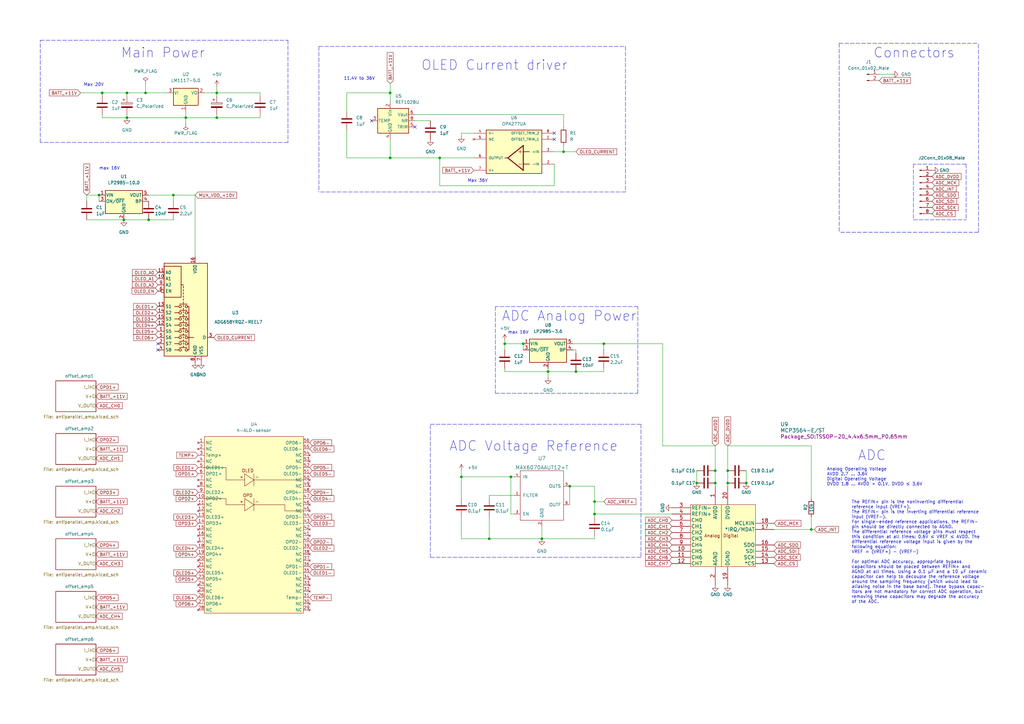
<source format=kicad_sch>
(kicad_sch (version 20211123) (generator eeschema)
  (paper "A3")
  (lib_symbols
    (symbol "ADG658:ADG658YRQZ-REEL7"
      (property "Reference" "U" (at 8.89 38.1 0))
      (property "Value" "ADG658YRQZ-REEL7" (at 1.27 36.83 0))
      (symbol "ADG658YRQZ-REEL7_1_1"
        (pin bidirectional line (at -11.43 -7.62 0) (length 2.54) (name "S5") (number "1"))
        (pin input line (at -11.43 13.97 0) (length 2.54) (name "A1") (number "10"))
        (pin input line (at -11.43 16.51 0) (length 2.54) (name "A0") (number "11"))
        (pin bidirectional line (at -11.43 -5.08 0) (length 2.54) (name "S4") (number "12"))
        (pin bidirectional line (at -11.43 2.54 0) (length 2.54) (name "S1") (number "13"))
        (pin bidirectional line (at -11.43 0 0) (length 2.54) (name "S2") (number "14"))
        (pin bidirectional line (at -11.43 -2.54 0) (length 2.54) (name "S3") (number "15"))
        (pin power_in line (at 3.81 22.86 270) (length 2.54) (name "VDD") (number "16"))
        (pin bidirectional line (at -11.43 -12.7 0) (length 2.54) (name "S7") (number "2"))
        (pin bidirectional line (at 11.43 -10.16 180) (length 2.54) (name "D") (number "3"))
        (pin bidirectional line (at -11.43 -15.24 0) (length 2.54) (name "S8") (number "4"))
        (pin bidirectional line (at -11.43 -10.16 0) (length 2.54) (name "S6") (number "5"))
        (pin input inverted (at -11.43 8.89 0) (length 2.54) (name "EN") (number "6"))
        (pin power_in line (at 6.35 -20.32 90) (length 2.54) (name "VSS") (number "7"))
        (pin power_in line (at 3.81 -20.32 90) (length 2.54) (name "GND") (number "8"))
        (pin input line (at -11.43 11.43 0) (length 2.54) (name "A2") (number "9"))
      )
    )
    (symbol "Connector:Conn_01x02_Male" (pin_names (offset 1.016) hide)
      (property "Reference" "J" (at 0 2.54 0))
      (property "Value" "Conn_01x02_Male" (at 0 -5.08 0))
      (symbol "Conn_01x02_Male_1_1"
        (pin passive line (at 5.08 0 180) (length 3.81) (name "Pin_1") (number "1"))
        (pin passive line (at 5.08 -2.54 180) (length 3.81) (name "Pin_2") (number "2"))
      )
    )
    (symbol "Connector:Conn_01x08_Male" (pin_names (offset 1.016) hide)
      (property "Reference" "J" (at 0 10.16 0))
      (property "Value" "Conn_01x08_Male" (at 0 -12.7 0))
      (symbol "Conn_01x08_Male_1_1"
        (pin passive line (at 5.08 7.62 180) (length 3.81) (name "Pin_1") (number "1"))
        (pin passive line (at 5.08 5.08 180) (length 3.81) (name "Pin_2") (number "2"))
        (pin passive line (at 5.08 2.54 180) (length 3.81) (name "Pin_3") (number "3"))
        (pin passive line (at 5.08 0 180) (length 3.81) (name "Pin_4") (number "4"))
        (pin passive line (at 5.08 -2.54 180) (length 3.81) (name "Pin_5") (number "5"))
        (pin passive line (at 5.08 -5.08 180) (length 3.81) (name "Pin_6") (number "6"))
        (pin passive line (at 5.08 -7.62 180) (length 3.81) (name "Pin_7") (number "7"))
        (pin passive line (at 5.08 -10.16 180) (length 3.81) (name "Pin_8") (number "8"))
      )
    )
    (symbol "Device:C" (pin_numbers hide) (pin_names (offset 0.254))
      (property "Reference" "C" (at 0.635 2.54 0))
      (property "Value" "C" (at 0.635 -2.54 0))
      (symbol "C_1_1"
        (pin passive line (at 0 3.81 270) (length 2.794) (name "~") (number "1"))
        (pin passive line (at 0 -3.81 90) (length 2.794) (name "~") (number "2"))
      )
    )
    (symbol "Device:C_Polarized" (pin_numbers hide) (pin_names (offset 0.254))
      (property "Reference" "C" (at 0.635 2.54 0))
      (property "Value" "C_Polarized" (at 0.635 -2.54 0))
      (symbol "C_Polarized_1_1"
        (pin passive line (at 0 3.81 270) (length 2.794) (name "~") (number "1"))
        (pin passive line (at 0 -3.81 90) (length 2.794) (name "~") (number "2"))
      )
    )
    (symbol "Device:R" (pin_numbers hide) (pin_names (offset 0))
      (property "Reference" "R" (at 2.032 0 90))
      (property "Value" "R" (at 0 0 90))
      (symbol "R_1_1"
        (pin passive line (at 0 3.81 270) (length 1.27) (name "~") (number "1"))
        (pin passive line (at 0 -3.81 90) (length 1.27) (name "~") (number "2"))
      )
    )
    (symbol "MAX6070:MAX6070AAUT12+T" (pin_names (offset 1.016))
      (property "Reference" "U" (at -8.89 11.43 0))
      (property "Value" "MAX6070AAUT12+T" (at 8.89 11.43 0))
      (symbol "MAX6070AAUT12+T_1_1"
        (pin passive line (at -11.43 0 0) (length 2.54) (name "FILTER") (number "1"))
        (pin power_in line (at 0 -12.7 90) (length 2.54) (name "GND") (number "2"))
        (pin input line (at -11.43 -7.62 0) (length 2.54) (name "EN") (number "3"))
        (pin power_in line (at -11.43 7.62 0) (length 2.54) (name "IN") (number "4"))
        (pin passive line (at 11.43 3.81 180) (length 2.54) (name "OUTS") (number "5"))
        (pin power_out line (at 11.43 -3.81 180) (length 2.54) (name "OUTF") (number "6"))
      )
    )
    (symbol "MCP356x:MCP3564-E{slash}ST" (pin_names (offset 0.254))
      (property "Reference" "U" (at 27.94 2.54 0))
      (property "Value" "MCP3564-E{slash}ST" (at 27.94 -1.27 0))
      (property "Footprint" "Package_SO:TSSOP-20_4.4x6.5mm_P0.65mm" (at 27.94 6.096 0))
      (symbol "MCP3564-E{slash}ST_0_0"
        (text "Analog" (at -3.81 0 0) (effects (font (size 1.27 1.27))))
        (text "Digital" (at 3.81 0 0) (effects (font (size 1.27 1.27))))
      )
      (symbol "MCP3564-E{slash}ST_1_1"
        (pin power_in line (at -2.54 20.32 270) (length 7.62) (name "AVDD") (number "1"))
        (pin input line (at -20.32 -6.35 0) (length 7.62) (name "CH5") (number "10"))
        (pin input line (at -20.32 -8.89 0) (length 7.62) (name "CH6") (number "11"))
        (pin input line (at -20.32 -11.43 0) (length 7.62) (name "CH7") (number "12"))
        (pin input line (at 21.59 -11.43 180) (length 7.62) (name "*CS") (number "13"))
        (pin input line (at 21.59 -8.89 180) (length 7.62) (name "SCK") (number "14"))
        (pin input line (at 21.59 -6.35 180) (length 7.62) (name "SDI") (number "15"))
        (pin output line (at 21.59 -3.81 180) (length 7.62) (name "SDO") (number "16"))
        (pin output line (at 21.59 2.54 180) (length 7.62) (name "*IRQ/MDAT") (number "17"))
        (pin bidirectional line (at 21.59 5.08 180) (length 7.62) (name "MCLKIN") (number "18"))
        (pin power_in line (at 2.54 -20.32 90) (length 7.62) (name "DGND") (number "19"))
        (pin power_in line (at -2.54 -20.32 90) (length 7.62) (name "AGND") (number "2"))
        (pin power_in line (at 2.54 20.32 270) (length 7.62) (name "DVDD") (number "20"))
        (pin input line (at -20.32 11.43 0) (length 7.62) (name "REFIN-") (number "3"))
        (pin input line (at -20.32 8.89 0) (length 7.62) (name "REFIN+") (number "4"))
        (pin input line (at -20.32 6.35 0) (length 7.62) (name "CH0") (number "5"))
        (pin input line (at -20.32 3.81 0) (length 7.62) (name "CH1") (number "6"))
        (pin input line (at -20.32 1.27 0) (length 7.62) (name "CH2") (number "7"))
        (pin input line (at -20.32 -1.27 0) (length 7.62) (name "CH3") (number "8"))
        (pin input line (at -20.32 -3.81 0) (length 7.62) (name "CH4") (number "9"))
      )
    )
    (symbol "OPAx277:OPA277UA" (pin_names (offset 1.016))
      (property "Reference" "U" (at -10.16 13.97 0))
      (property "Value" "OPA277UA" (at -10.16 -6.35 0))
      (symbol "OPA277UA_0_0"
        (pin input line (at -15.24 0 0) (length 5.08) (name "OFFSET_TRIM_1") (number "1"))
        (pin input line (at -15.24 10.16 0) (length 5.08) (name "-IN") (number "2"))
        (pin input line (at -15.24 5.08 0) (length 5.08) (name "+IN") (number "3"))
        (pin power_in line (at 17.78 -2.54 180) (length 5.08) (name "V-") (number "4"))
        (pin no_connect line (at 17.78 0 180) (length 5.08) (name "NC") (number "5"))
        (pin output line (at 17.78 7.62 180) (length 5.08) (name "OUTPUT") (number "6"))
        (pin power_in line (at 17.78 12.7 180) (length 5.08) (name "V+") (number "7"))
        (pin input line (at -15.24 -2.54 0) (length 5.08) (name "OFFSET_TRIM_2") (number "8"))
      )
    )
    (symbol "Reference_Voltage:REF102BU" (pin_names (offset 0.254))
      (property "Reference" "U" (at 0 8.255 0))
      (property "Value" "REF102BU" (at 3.175 6.35 0))
      (symbol "REF102BU_1_1"
        (pin no_connect line (at -5.08 -5.08 90) (length 2.54) hide (name "NC") (number "1"))
        (pin power_in line (at -2.54 7.62 270) (length 2.54) (name "Vin") (number "2"))
        (pin passive line (at -10.16 0 0) (length 2.54) (name "TEMP") (number "3"))
        (pin power_in line (at -2.54 -7.62 90) (length 2.54) (name "GND") (number "4"))
        (pin passive line (at 7.62 -2.54 180) (length 2.54) (name "TRIM") (number "5"))
        (pin power_out line (at 7.62 2.54 180) (length 2.54) (name "Vout") (number "6"))
        (pin no_connect line (at 0 -5.08 90) (length 2.54) hide (name "NC") (number "7"))
        (pin passive line (at 7.62 0 180) (length 2.54) (name "NR") (number "8"))
      )
    )
    (symbol "Regulator_Linear:LM1117-5.0" (pin_names (offset 0.254))
      (property "Reference" "U" (at -3.81 3.175 0))
      (property "Value" "LM1117-5.0" (at 0 3.175 0))
      (symbol "LM1117-5.0_1_1"
        (pin power_in line (at 0 -7.62 90) (length 2.54) (name "GND") (number "1"))
        (pin power_out line (at 7.62 0 180) (length 2.54) (name "VO") (number "2"))
        (pin power_in line (at -7.62 0 0) (length 2.54) (name "VI") (number "3"))
      )
    )
    (symbol "Regulator_Linear:LP2985-10.0" (pin_names (offset 0.254))
      (property "Reference" "U" (at -6.35 5.715 0))
      (property "Value" "LP2985-10.0" (at 0 5.715 0))
      (symbol "LP2985-10.0_1_1"
        (pin power_in line (at -10.16 2.54 0) (length 2.54) (name "VIN") (number "1"))
        (pin power_in line (at 0 -7.62 90) (length 2.54) (name "GND") (number "2"))
        (pin input line (at -10.16 0 0) (length 2.54) (name "ON/~{OFF}") (number "3"))
        (pin input line (at 10.16 0 180) (length 2.54) (name "BP") (number "4"))
        (pin power_out line (at 10.16 2.54 180) (length 2.54) (name "VOUT") (number "5"))
      )
    )
    (symbol "Regulator_Linear:LP2985-3.3" (pin_names (offset 0.254))
      (property "Reference" "U" (at -6.35 5.715 0))
      (property "Value" "LP2985-3.3" (at 0 5.715 0))
      (symbol "LP2985-3.3_1_1"
        (pin power_in line (at -10.16 2.54 0) (length 2.54) (name "VIN") (number "1"))
        (pin power_in line (at 0 -7.62 90) (length 2.54) (name "GND") (number "2"))
        (pin input line (at -10.16 0 0) (length 2.54) (name "ON/~{OFF}") (number "3"))
        (pin input line (at 10.16 0 180) (length 2.54) (name "BP") (number "4"))
        (pin power_out line (at 10.16 2.54 180) (length 2.54) (name "VOUT") (number "5"))
      )
    )
    (symbol "h-ALO:h-ALO-sensor"
      (property "Reference" "U" (at 0 20.32 0))
      (property "Value" "h-ALO-sensor" (at 0 22.86 0))
      (symbol "h-ALO-sensor_0_0"
        (text "+" (at -3.81 -1.27 0) (effects (font (size 1.27 1.27))))
        (text "+" (at -3.81 8.89 0) (effects (font (size 1.27 1.27))))
        (text "-" (at 2.54 -1.27 0) (effects (font (size 1.27 1.27))))
        (text "-" (at 2.54 8.89 0) (effects (font (size 1.27 1.27))))
        (text "OLED" (at -1.27 11.43 0) (effects (font (size 1.27 1.27))))
        (text "OPD" (at -1.27 1.27 0) (effects (font (size 1.27 1.27))))
        (pin input line (at -21.59 0 0) (length 2.54) (name "OPD2+") (number "10"))
        (pin no_connect line (at -21.59 -2.54 0) (length 2.54) (name "NC") (number "11"))
        (pin no_connect line (at -21.59 -5.08 0) (length 2.54) (name "NC") (number "12"))
        (pin input line (at -21.59 -7.62 0) (length 2.54) (name "OLED3+") (number "13"))
        (pin input line (at -21.59 -10.16 0) (length 2.54) (name "OPD3+") (number "14"))
        (pin no_connect line (at -21.59 -12.7 0) (length 2.54) (name "NC") (number "15"))
        (pin no_connect line (at -21.59 -15.24 0) (length 2.54) (name "NC") (number "16"))
        (pin no_connect line (at -21.59 -17.78 0) (length 2.54) (name "NC") (number "17"))
        (pin input line (at -21.59 -20.32 0) (length 2.54) (name "OLED4+") (number "18"))
        (pin input line (at -21.59 -22.86 0) (length 2.54) (name "OPD4+") (number "19"))
        (pin no_connect line (at -21.59 20.32 0) (length 2.54) (name "NC") (number "2"))
        (pin no_connect line (at -21.59 -25.4 0) (length 2.54) (name "NC") (number "20"))
        (pin no_connect line (at -21.59 -27.94 0) (length 2.54) (name "NC") (number "21"))
        (pin input line (at -21.59 -30.48 0) (length 2.54) (name "OLED5+") (number "22"))
        (pin input line (at -21.59 -33.02 0) (length 2.54) (name "OPD5+") (number "23"))
        (pin no_connect line (at -21.59 -35.56 0) (length 2.54) (name "NC") (number "24"))
        (pin no_connect line (at -21.59 -38.1 0) (length 2.54) (name "NC") (number "25"))
        (pin input line (at -21.59 -40.64 0) (length 2.54) (name "OLED6+") (number "26"))
        (pin input line (at -21.59 -43.18 0) (length 2.54) (name "OPD6+") (number "27"))
        (pin no_connect line (at -21.59 -45.72 0) (length 2.54) (name "NC") (number "28"))
        (pin input line (at -21.59 17.78 0) (length 2.54) (name "Temp+") (number "3"))
        (pin no_connect line (at 24.13 -43.18 180) (length 2.54) (name "NC") (number "30"))
        (pin input line (at 24.13 -40.64 180) (length 2.54) (name "Temp-") (number "31"))
        (pin no_connect line (at 24.13 -38.1 180) (length 2.54) (name "NC") (number "32"))
        (pin no_connect line (at 24.13 -35.56 180) (length 2.54) (name "NC") (number "33"))
        (pin no_connect line (at 24.13 -33.02 180) (length 2.54) (name "NC") (number "34"))
        (pin input line (at 24.13 -30.48 180) (length 2.54) (name "OLED1-") (number "35"))
        (pin input line (at 24.13 -27.94 180) (length 2.54) (name "OPD1-") (number "36"))
        (pin no_connect line (at 24.13 -25.4 180) (length 2.54) (name "NC") (number "37"))
        (pin no_connect line (at 24.13 -22.86 180) (length 2.54) (name "NC") (number "38"))
        (pin input line (at 24.13 -20.32 180) (length 2.54) (name "OLED2-") (number "39"))
        (pin no_connect line (at -21.59 15.24 0) (length 2.54) (name "NC") (number "4"))
        (pin input line (at 24.13 -17.78 180) (length 2.54) (name "OPD2-") (number "40"))
        (pin no_connect line (at 24.13 -15.24 180) (length 2.54) (name "NC") (number "41"))
        (pin no_connect line (at 24.13 -12.7 180) (length 2.54) (name "NC") (number "42"))
        (pin input line (at 24.13 -10.16 180) (length 2.54) (name "OLED3-") (number "43"))
        (pin input line (at 24.13 -7.62 180) (length 2.54) (name "OPD3-") (number "44"))
        (pin no_connect line (at 24.13 -5.08 180) (length 2.54) (name "NC") (number "45"))
        (pin no_connect line (at 24.13 -2.54 180) (length 2.54) (name "NC") (number "46"))
        (pin input line (at 24.13 0 180) (length 2.54) (name "OLED4-") (number "47"))
        (pin input line (at 24.13 2.54 180) (length 2.54) (name "OPD4-") (number "48"))
        (pin no_connect line (at 24.13 5.08 180) (length 2.54) (name "NC") (number "49"))
        (pin input line (at -21.59 12.7 0) (length 2.54) (name "OLED1+") (number "5"))
        (pin no_connect line (at 24.13 7.62 180) (length 2.54) (name "NC") (number "50"))
        (pin input line (at 24.13 10.16 180) (length 2.54) (name "OLED5-") (number "51"))
        (pin input line (at 24.13 12.7 180) (length 2.54) (name "OPD5-") (number "52"))
        (pin no_connect line (at 24.13 15.24 180) (length 2.54) (name "NC") (number "53"))
        (pin no_connect line (at 24.13 17.78 180) (length 2.54) (name "NC") (number "54"))
        (pin input line (at 24.13 20.32 180) (length 2.54) (name "OLED6-") (number "55"))
        (pin input line (at 24.13 22.86 180) (length 2.54) (name "OPD6-") (number "56"))
        (pin input line (at -21.59 10.16 0) (length 2.54) (name "OPD1+") (number "6"))
        (pin no_connect line (at -21.59 7.62 0) (length 2.54) (name "NC") (number "7"))
        (pin no_connect line (at -21.59 5.08 0) (length 2.54) (name "NC") (number "8"))
        (pin input line (at -21.59 2.54 0) (length 2.54) (name "OLED2+") (number "9"))
      )
      (symbol "h-ALO-sensor_1_1"
        (pin no_connect line (at -21.59 22.86 0) (length 2.54) (name "NC") (number "1"))
        (pin no_connect line (at 24.13 -45.72 180) (length 2.54) (name "NC") (number "29"))
      )
    )
    (symbol "power:+5V" (power) (pin_names (offset 0))
      (property "Value" "+5V" (at 0 3.556 0))
      (symbol "+5V_1_1"
        (pin power_in line (at 0 0 90) (length 0) hide (name "+5V") (number "1"))
      )
    )
    (symbol "power:GND" (power) (pin_names (offset 0))
      (property "Value" "GND" (at 0 -3.81 0))
      (symbol "GND_1_1"
        (pin power_in line (at 0 0 270) (length 0) hide (name "GND") (number "1"))
      )
    )
    (symbol "power:PWR_FLAG" (power) (pin_numbers hide) (pin_names (offset 0) hide)
      (property "Value" "PWR_FLAG" (at 0 3.81 0))
      (symbol "PWR_FLAG_0_0"
        (pin power_out line (at 0 0 90) (length 0) (name "pwr") (number "1"))
      )
    )
  )
  (junction (at 50.8 90.17))
  (junction (at 88.9 48.26))
  (junction (at 41.91 38.1))
  (junction (at 224.79 152.4))
  (junction (at 243.84 205.74))
  (junction (at 247.65 140.97))
  (junction (at 231.14 62.23))
  (junction (at 88.9 38.1))
  (junction (at 222.25 220.98))
  (junction (at 293.37 193.04))
  (junction (at 71.12 80.01))
  (junction (at 40.64 80.01))
  (junction (at 306.07 198.12))
  (junction (at 160.02 38.1))
  (junction (at 59.69 38.1))
  (junction (at 52.07 48.26))
  (junction (at 60.96 90.17))
  (junction (at 214.63 140.97))
  (junction (at 233.68 199.39))
  (junction (at 200.66 220.98))
  (junction (at 243.84 210.82))
  (junction (at 180.34 64.77))
  (junction (at 207.01 140.97))
  (junction (at 209.55 195.58))
  (junction (at 76.2 48.26))
  (junction (at 298.45 193.04))
  (junction (at 332.74 217.17))
  (junction (at 293.37 198.12))
  (junction (at 52.07 38.1))
  (junction (at 160.02 64.77))
  (junction (at 189.23 195.58))
  (junction (at 236.22 152.4))
  (junction (at 285.75 198.12))
  (junction (at 298.45 198.12))
  (no_connect (at 64.77 140.97))
  (no_connect (at 227.33 57.15))
  (no_connect (at 152.4 49.53))
  (no_connect (at 170.18 52.07))
  (no_connect (at 227.33 54.61))
  (no_connect (at 64.77 143.51))
  (wire (pts (xy 88.9 38.1) (xy 88.9 39.37)))
  (polyline (pts (xy 130.81 19.05) (xy 130.81 78.74)))
  (wire (pts (xy 80.01 80.01) (xy 80.01 105.41)))
  (polyline (pts (xy 344.17 17.78) (xy 344.17 95.25)))
  (wire (pts (xy 243.84 205.74) (xy 243.84 210.82)))
  (wire (pts (xy 207.01 139.7) (xy 207.01 140.97)))
  (wire (pts (xy 76.2 48.26) (xy 88.9 48.26)))
  (wire (pts (xy 224.79 152.4) (xy 236.22 152.4)))
  (wire (pts (xy 194.31 54.61) (xy 189.23 54.61)))
  (wire (pts (xy 106.68 38.1) (xy 106.68 39.37)))
  (wire (pts (xy 142.24 64.77) (xy 142.24 53.34)))
  (polyline (pts (xy 203.2 161.29) (xy 261.62 161.29)))
  (wire (pts (xy 298.45 193.04) (xy 298.45 198.12)))
  (polyline (pts (xy 16.51 16.51) (xy 118.11 16.51)))
  (wire (pts (xy 298.45 182.88) (xy 332.74 182.88)))
  (polyline (pts (xy 344.17 17.78) (xy 401.32 17.78)))
  (wire (pts (xy 231.14 59.69) (xy 231.14 62.23)))
  (wire (pts (xy 271.78 182.88) (xy 293.37 182.88)))
  (wire (pts (xy 224.79 151.13) (xy 224.79 152.4)))
  (wire (pts (xy 222.25 220.98) (xy 200.66 220.98)))
  (wire (pts (xy 160.02 64.77) (xy 142.24 64.77)))
  (wire (pts (xy 298.45 198.12) (xy 298.45 199.39)))
  (polyline (pts (xy 118.11 16.51) (xy 118.11 58.42)))
  (wire (pts (xy 33.02 38.1) (xy 41.91 38.1)))
  (wire (pts (xy 222.25 220.98) (xy 243.84 220.98)))
  (wire (pts (xy 52.07 48.26) (xy 76.2 48.26)))
  (wire (pts (xy 35.56 80.01) (xy 35.56 82.55)))
  (wire (pts (xy 209.55 195.58) (xy 210.82 195.58)))
  (wire (pts (xy 231.14 62.23) (xy 236.22 62.23)))
  (wire (pts (xy 298.45 182.88) (xy 298.45 193.04)))
  (polyline (pts (xy 401.32 95.25) (xy 401.32 17.78)))
  (wire (pts (xy 224.79 154.94) (xy 224.79 152.4)))
  (wire (pts (xy 160.02 64.77) (xy 180.34 64.77)))
  (polyline (pts (xy 396.24 67.31) (xy 374.65 67.31)))
  (wire (pts (xy 332.74 204.47) (xy 332.74 182.88)))
  (wire (pts (xy 189.23 195.58) (xy 189.23 204.47)))
  (wire (pts (xy 106.68 48.26) (xy 88.9 48.26)))
  (wire (pts (xy 214.63 140.97) (xy 214.63 143.51)))
  (polyline (pts (xy 262.89 173.99) (xy 262.89 228.6)))
  (wire (pts (xy 71.12 80.01) (xy 80.01 80.01)))
  (polyline (pts (xy 176.53 228.6) (xy 176.53 173.99)))
  (wire (pts (xy 35.56 90.17) (xy 50.8 90.17)))
  (wire (pts (xy 243.84 220.98) (xy 243.84 219.71)))
  (wire (pts (xy 189.23 195.58) (xy 209.55 195.58)))
  (wire (pts (xy 59.69 38.1) (xy 68.58 38.1)))
  (wire (pts (xy 317.5 217.17) (xy 332.74 217.17)))
  (polyline (pts (xy 203.2 125.73) (xy 203.2 161.29)))
  (wire (pts (xy 207.01 152.4) (xy 224.79 152.4)))
  (wire (pts (xy 243.84 199.39) (xy 243.84 205.74)))
  (wire (pts (xy 227.33 76.2) (xy 180.34 76.2)))
  (wire (pts (xy 247.65 152.4) (xy 247.65 151.13)))
  (wire (pts (xy 52.07 38.1) (xy 59.69 38.1)))
  (wire (pts (xy 160.02 38.1) (xy 160.02 41.91)))
  (wire (pts (xy 83.82 38.1) (xy 88.9 38.1)))
  (wire (pts (xy 41.91 48.26) (xy 41.91 46.99)))
  (wire (pts (xy 293.37 198.12) (xy 293.37 193.04)))
  (wire (pts (xy 233.68 199.39) (xy 233.68 207.01)))
  (wire (pts (xy 71.12 82.55) (xy 71.12 80.01)))
  (wire (pts (xy 76.2 50.8) (xy 76.2 48.26)))
  (wire (pts (xy 52.07 46.99) (xy 52.07 48.26)))
  (wire (pts (xy 207.01 140.97) (xy 214.63 140.97)))
  (polyline (pts (xy 401.32 95.25) (xy 344.17 95.25)))
  (wire (pts (xy 200.66 220.98) (xy 189.23 220.98)))
  (wire (pts (xy 40.64 80.01) (xy 35.56 80.01)))
  (polyline (pts (xy 256.54 78.74) (xy 130.81 78.74)))
  (wire (pts (xy 365.76 30.48) (xy 360.68 30.48)))
  (polyline (pts (xy 118.11 58.42) (xy 16.51 58.42)))
  (wire (pts (xy 231.14 62.23) (xy 227.33 62.23)))
  (polyline (pts (xy 256.54 19.05) (xy 256.54 78.74)))
  (wire (pts (xy 40.64 80.01) (xy 40.64 82.55)))
  (polyline (pts (xy 176.53 173.99) (xy 262.89 173.99)))
  (wire (pts (xy 160.02 57.15) (xy 160.02 64.77)))
  (wire (pts (xy 170.18 46.99) (xy 231.14 46.99)))
  (wire (pts (xy 233.68 199.39) (xy 243.84 199.39)))
  (wire (pts (xy 243.84 210.82) (xy 275.59 210.82)))
  (wire (pts (xy 285.75 193.04) (xy 285.75 198.12)))
  (wire (pts (xy 293.37 199.39) (xy 293.37 198.12)))
  (wire (pts (xy 52.07 39.37) (xy 52.07 38.1)))
  (wire (pts (xy 59.69 34.29) (xy 59.69 38.1)))
  (polyline (pts (xy 130.81 19.05) (xy 256.54 19.05)))
  (wire (pts (xy 200.66 212.09) (xy 200.66 220.98)))
  (polyline (pts (xy 262.89 228.6) (xy 176.53 228.6)))
  (wire (pts (xy 306.07 193.04) (xy 306.07 198.12)))
  (wire (pts (xy 88.9 38.1) (xy 88.9 35.56)))
  (wire (pts (xy 227.33 67.31) (xy 227.33 76.2)))
  (wire (pts (xy 106.68 46.99) (xy 106.68 48.26)))
  (wire (pts (xy 88.9 38.1) (xy 106.68 38.1)))
  (wire (pts (xy 210.82 210.82) (xy 209.55 210.82)))
  (wire (pts (xy 50.8 90.17) (xy 60.96 90.17)))
  (wire (pts (xy 71.12 80.01) (xy 60.96 80.01)))
  (wire (pts (xy 142.24 38.1) (xy 160.02 38.1)))
  (wire (pts (xy 88.9 48.26) (xy 88.9 46.99)))
  (wire (pts (xy 247.65 140.97) (xy 247.65 143.51)))
  (wire (pts (xy 160.02 34.29) (xy 160.02 38.1)))
  (wire (pts (xy 247.65 205.74) (xy 243.84 205.74)))
  (wire (pts (xy 142.24 45.72) (xy 142.24 38.1)))
  (polyline (pts (xy 374.65 67.31) (xy 374.65 90.17)))
  (wire (pts (xy 236.22 143.51) (xy 234.95 143.51)))
  (wire (pts (xy 207.01 140.97) (xy 207.01 143.51)))
  (polyline (pts (xy 261.62 161.29) (xy 261.62 125.73)))
  (polyline (pts (xy 261.62 125.73) (xy 203.2 125.73)))
  (wire (pts (xy 236.22 144.78) (xy 236.22 143.51)))
  (wire (pts (xy 207.01 152.4) (xy 207.01 151.13)))
  (wire (pts (xy 209.55 195.58) (xy 209.55 210.82)))
  (wire (pts (xy 76.2 45.72) (xy 76.2 48.26)))
  (wire (pts (xy 332.74 217.17) (xy 334.01 217.17)))
  (wire (pts (xy 332.74 212.09) (xy 332.74 217.17)))
  (wire (pts (xy 200.66 203.2) (xy 200.66 204.47)))
  (wire (pts (xy 234.95 140.97) (xy 247.65 140.97)))
  (wire (pts (xy 41.91 38.1) (xy 52.07 38.1)))
  (wire (pts (xy 189.23 193.04) (xy 189.23 195.58)))
  (wire (pts (xy 189.23 220.98) (xy 189.23 212.09)))
  (wire (pts (xy 210.82 203.2) (xy 200.66 203.2)))
  (wire (pts (xy 52.07 48.26) (xy 41.91 48.26)))
  (wire (pts (xy 243.84 212.09) (xy 243.84 210.82)))
  (polyline (pts (xy 396.24 67.31) (xy 396.24 90.17)))
  (wire (pts (xy 293.37 193.04) (xy 293.37 182.88)))
  (wire (pts (xy 231.14 46.99) (xy 231.14 52.07)))
  (wire (pts (xy 41.91 38.1) (xy 41.91 39.37)))
  (wire (pts (xy 222.25 215.9) (xy 222.25 220.98)))
  (wire (pts (xy 271.78 182.88) (xy 271.78 140.97)))
  (wire (pts (xy 170.18 49.53) (xy 176.53 49.53)))
  (polyline (pts (xy 16.51 58.42) (xy 16.51 16.51)))
  (wire (pts (xy 180.34 76.2) (xy 180.34 64.77)))
  (wire (pts (xy 60.96 90.17) (xy 71.12 90.17)))
  (wire (pts (xy 247.65 140.97) (xy 271.78 140.97)))
  (wire (pts (xy 236.22 152.4) (xy 247.65 152.4)))
  (wire (pts (xy 189.23 54.61) (xy 189.23 55.88)))
  (wire (pts (xy 180.34 64.77) (xy 194.31 64.77)))
  (polyline (pts (xy 374.65 90.17) (xy 396.24 90.17)))
  (text "OLED Current driver" (at 172.72 29.21 0) (effects (font (size 4 4)) (justify left bottom)))
  (text "Main Power" (at 49.53 24.13 0) (effects (font (size 4 4)) (justify left bottom)))
  (text "Analog Operating Voltage\nAVDD 2.7 ... 3.6V\nDigital Operating Voltage\nDVDD 1.8 ... AVDD + 0.1V, DVDD ≤ 3.6V" (at 339.09 199.39 0) (effects (font (size 1.27 1.27)) (justify left bottom)))
  (text "Max 36V" (at 191.77 74.93 0) (effects (font (size 1.27 1.27)) (justify left bottom)))
  (text "The REFIN+ pin is the noninverting differential\nreference input (VREF+).\nThe REFIN- pin is the inverting differential reference\ninput (VREF-).\nFor single-ended reference applications, the REFIN-\npin should be directly connected to AGND.\nThe differential reference voltage pins must respect\nthis condition at all times: 0.6V ≤ VREF ≤ AVDD. The\ndifferential reference voltage input is given by the\nfollowing equation:\nVREF = (VREF+) - (VREF-)\n\nFor optimal ADC accuracy, appropriate bypass\ncapacitors should be placed between REFIN+ and\nAGND at all times. Using a 0.1 µF and a 10 µF ceramic\ncapacitor can help to decouple the reference voltage\naround the sampling frequency (which would lead to\naliasing noise in the base band). These bypass capac-\nitors are not mandatory for correct ADC operation, but\nremoving these capacitors may degrade the accuracy\nof the ADC." (at 349.25 247.65 0) (effects (font (size 1.27 1.27)) (justify left bottom)))
  (text "Max 20V" (at 34.29 35.56 0) (effects (font (size 1.27 1.27)) (justify left bottom)))
  (text "11.4V to 36V" (at 140.97 33.02 0) (effects (font (size 1.27 1.27)) (justify left bottom)))
  (text "Connectors" (at 358.14 24.13 0) (effects (font (size 4 4)) (justify left bottom)))
  (text "ADC" (at 351.79 189.23 0) (effects (font (size 4 4)) (justify left bottom)))
  (text "ADC Analog Power" (at 205.74 132.08 0) (effects (font (size 4 4)) (justify left bottom)))
  (text "max 16V" (at 40.64 69.85 0) (effects (font (size 1.27 1.27)) (justify left bottom)))
  (text "max 16V" (at 208.28 137.16 0) (effects (font (size 1.27 1.27)) (justify left bottom)))
  (text "ADC Voltage Reference" (at 184.15 185.42 0) (effects (font (size 4 4)) (justify left bottom)))
  (global_label "OLED3+" (shape input) (at 64.77 130.81 180) (property "Intersheet References" "${INTERSHEET_REFS}" (effects hide)))
  (global_label "OLED4+" (shape input) (at 64.77 133.35 180) (property "Intersheet References" "${INTERSHEET_REFS}" (effects hide)))
  (global_label "OLED2+" (shape input) (at 81.28 201.93 180) (property "Intersheet References" "${INTERSHEET_REFS}" (effects hide)))
  (global_label "ADC_SDO" (shape input) (at 382.27 80.01 0) (property "Intersheet References" "${INTERSHEET_REFS}" (effects hide)))
  (global_label "OPD5-" (shape input) (at 127 191.77 0) (property "Intersheet References" "${INTERSHEET_REFS}" (effects hide)))
  (global_label "MUX_VDD_+10V" (shape input) (at 80.01 80.01 0) (property "Intersheet References" "${INTERSHEET_REFS}" (effects hide)))
  (global_label "BATT_+11V" (shape input) (at 39.37 248.92 0) (property "Intersheet References" "${INTERSHEET_REFS}" (effects hide)))
  (global_label "BATT_+11V" (shape input) (at 39.37 270.51 0) (property "Intersheet References" "${INTERSHEET_REFS}" (effects hide)))
  (global_label "BATT_+11V" (shape input) (at 360.68 33.02 0) (property "Intersheet References" "${INTERSHEET_REFS}" (effects hide)))
  (global_label "OLED6-" (shape input) (at 127 184.15 0) (property "Intersheet References" "${INTERSHEET_REFS}" (effects hide)))
  (global_label "OPD1+" (shape input) (at 39.37 158.75 0) (property "Intersheet References" "${INTERSHEET_REFS}" (effects hide)))
  (global_label "OLED4+" (shape input) (at 81.28 224.79 180) (property "Intersheet References" "${INTERSHEET_REFS}" (effects hide)))
  (global_label "ADC_SCK" (shape input) (at 382.27 85.09 0) (property "Intersheet References" "${INTERSHEET_REFS}" (effects hide)))
  (global_label "ADC_CH0" (shape input) (at 275.59 213.36 180) (property "Intersheet References" "${INTERSHEET_REFS}" (effects hide)))
  (global_label "OLED6+" (shape input) (at 81.28 245.11 180) (property "Intersheet References" "${INTERSHEET_REFS}" (effects hide)))
  (global_label "ADC_CH3" (shape input) (at 275.59 220.98 180) (property "Intersheet References" "${INTERSHEET_REFS}" (effects hide)))
  (global_label "OPD3+" (shape input) (at 81.28 214.63 180) (property "Intersheet References" "${INTERSHEET_REFS}" (effects hide)))
  (global_label "OLED1-" (shape input) (at 127 234.95 0) (property "Intersheet References" "${INTERSHEET_REFS}" (effects hide)))
  (global_label "OPD5+" (shape input) (at 39.37 245.11 0) (property "Intersheet References" "${INTERSHEET_REFS}" (effects hide)))
  (global_label "ADC_INT" (shape input) (at 382.27 77.47 0) (property "Intersheet References" "${INTERSHEET_REFS}" (effects hide)))
  (global_label "OLED_A0" (shape input) (at 64.77 111.76 180) (property "Intersheet References" "${INTERSHEET_REFS}" (effects hide)))
  (global_label "ADC_SDI" (shape input) (at 382.27 82.55 0) (property "Intersheet References" "${INTERSHEET_REFS}" (effects hide)))
  (global_label "ADC_CS" (shape input) (at 317.5 231.14 0) (property "Intersheet References" "${INTERSHEET_REFS}" (effects hide)))
  (global_label "OPD5+" (shape input) (at 81.28 237.49 180) (property "Intersheet References" "${INTERSHEET_REFS}" (effects hide)))
  (global_label "ADC_CH1" (shape input) (at 39.37 187.96 0) (property "Intersheet References" "${INTERSHEET_REFS}" (effects hide)))
  (global_label "OPD2-" (shape input) (at 127 222.25 0) (property "Intersheet References" "${INTERSHEET_REFS}" (effects hide)))
  (global_label "BATT_+11V" (shape input) (at 35.56 80.01 90) (property "Intersheet References" "${INTERSHEET_REFS}" (effects hide)))
  (global_label "ADC_CH1" (shape input) (at 275.59 215.9 180) (property "Intersheet References" "${INTERSHEET_REFS}" (effects hide)))
  (global_label "TEMP+" (shape input) (at 81.28 186.69 180) (property "Intersheet References" "${INTERSHEET_REFS}" (effects hide)))
  (global_label "OLED6+" (shape input) (at 64.77 138.43 180) (property "Intersheet References" "${INTERSHEET_REFS}" (effects hide)))
  (global_label "OLED_A2" (shape input) (at 64.77 116.84 180) (property "Intersheet References" "${INTERSHEET_REFS}" (effects hide)))
  (global_label "BATT_+11V" (shape input) (at 39.37 162.56 0) (property "Intersheet References" "${INTERSHEET_REFS}" (effects hide)))
  (global_label "OLED5+" (shape input) (at 81.28 234.95 180) (property "Intersheet References" "${INTERSHEET_REFS}" (effects hide)))
  (global_label "ADC_INT" (shape input) (at 334.01 217.17 0) (property "Intersheet References" "${INTERSHEET_REFS}" (effects hide)))
  (global_label "OLED3+" (shape input) (at 81.28 212.09 180) (property "Intersheet References" "${INTERSHEET_REFS}" (effects hide)))
  (global_label "ADC_CH4" (shape input) (at 275.59 223.52 180) (property "Intersheet References" "${INTERSHEET_REFS}" (effects hide)))
  (global_label "BATT_+11V" (shape input) (at 39.37 227.33 0) (property "Intersheet References" "${INTERSHEET_REFS}" (effects hide)))
  (global_label "ADC_MCK" (shape input) (at 382.27 74.93 0) (property "Intersheet References" "${INTERSHEET_REFS}" (effects hide)))
  (global_label "BATT_+11V" (shape input) (at 194.31 69.85 180) (property "Intersheet References" "${INTERSHEET_REFS}" (effects hide)))
  (global_label "OPD1+" (shape input) (at 81.28 194.31 180) (property "Intersheet References" "${INTERSHEET_REFS}" (effects hide)))
  (global_label "OLED4-" (shape input) (at 127 204.47 0) (property "Intersheet References" "${INTERSHEET_REFS}" (effects hide)))
  (global_label "OPD6+" (shape input) (at 39.37 266.7 0) (property "Intersheet References" "${INTERSHEET_REFS}" (effects hide)))
  (global_label "ADC_AVDD" (shape input) (at 293.37 182.88 90) (property "Intersheet References" "${INTERSHEET_REFS}" (effects hide)))
  (global_label "OLED_EN" (shape input) (at 64.77 119.38 180) (property "Intersheet References" "${INTERSHEET_REFS}" (effects hide)))
  (global_label "BATT_+11V" (shape input) (at 39.37 205.74 0) (property "Intersheet References" "${INTERSHEET_REFS}" (effects hide)))
  (global_label "OLED1+" (shape input) (at 81.28 191.77 180) (property "Intersheet References" "${INTERSHEET_REFS}" (effects hide)))
  (global_label "OLED_A1" (shape input) (at 64.77 114.3 180) (property "Intersheet References" "${INTERSHEET_REFS}" (effects hide)))
  (global_label "OPD4+" (shape input) (at 39.37 223.52 0) (property "Intersheet References" "${INTERSHEET_REFS}" (effects hide)))
  (global_label "OLED_CURRENT" (shape input) (at 236.22 62.23 0) (property "Intersheet References" "${INTERSHEET_REFS}" (effects hide)))
  (global_label "ADC_CH6" (shape input) (at 275.59 228.6 180) (property "Intersheet References" "${INTERSHEET_REFS}" (effects hide)))
  (global_label "ADC_VREF+" (shape input) (at 247.65 205.74 0) (property "Intersheet References" "${INTERSHEET_REFS}" (effects hide)))
  (global_label "OLED_CURRENT" (shape input) (at 87.63 138.43 0) (property "Intersheet References" "${INTERSHEET_REFS}" (effects hide)))
  (global_label "ADC_SDO" (shape input) (at 317.5 223.52 0) (property "Intersheet References" "${INTERSHEET_REFS}" (effects hide)))
  (global_label "OLED1+" (shape input) (at 64.77 125.73 180) (property "Intersheet References" "${INTERSHEET_REFS}" (effects hide)))
  (global_label "OLED5+" (shape input) (at 64.77 135.89 180) (property "Intersheet References" "${INTERSHEET_REFS}" (effects hide)))
  (global_label "OPD4+" (shape input) (at 81.28 227.33 180) (property "Intersheet References" "${INTERSHEET_REFS}" (effects hide)))
  (global_label "ADC_DVDD" (shape input) (at 382.27 72.39 0) (property "Intersheet References" "${INTERSHEET_REFS}" (effects hide)))
  (global_label "OPD3-" (shape input) (at 127 212.09 0) (property "Intersheet References" "${INTERSHEET_REFS}" (effects hide)))
  (global_label "BATT_+11V" (shape input) (at 160.02 34.29 90) (property "Intersheet References" "${INTERSHEET_REFS}" (effects hide)))
  (global_label "ADC_MCK" (shape input) (at 317.5 214.63 0) (property "Intersheet References" "${INTERSHEET_REFS}" (effects hide)))
  (global_label "OPD6-" (shape input) (at 127 181.61 0) (property "Intersheet References" "${INTERSHEET_REFS}" (effects hide)))
  (global_label "ADC_CH4" (shape input) (at 39.37 252.73 0) (property "Intersheet References" "${INTERSHEET_REFS}" (effects hide)))
  (global_label "OPD2+" (shape input) (at 81.28 204.47 180) (property "Intersheet References" "${INTERSHEET_REFS}" (effects hide)))
  (global_label "ADC_SCK" (shape input) (at 317.5 228.6 0) (property "Intersheet References" "${INTERSHEET_REFS}" (effects hide)))
  (global_label "TEMP-" (shape input) (at 127 245.11 0) (property "Intersheet References" "${INTERSHEET_REFS}" (effects hide)))
  (global_label "ADC_CH0" (shape input) (at 39.37 166.37 0) (property "Intersheet References" "${INTERSHEET_REFS}" (effects hide)))
  (global_label "OLED3-" (shape input) (at 127 214.63 0) (property "Intersheet References" "${INTERSHEET_REFS}" (effects hide)))
  (global_label "ADC_CH3" (shape input) (at 39.37 231.14 0) (property "Intersheet References" "${INTERSHEET_REFS}" (effects hide)))
  (global_label "OPD3+" (shape input) (at 39.37 201.93 0) (property "Intersheet References" "${INTERSHEET_REFS}" (effects hide)))
  (global_label "ADC_CH5" (shape input) (at 275.59 226.06 180) (property "Intersheet References" "${INTERSHEET_REFS}" (effects hide)))
  (global_label "OLED5-" (shape input) (at 127 194.31 0) (property "Intersheet References" "${INTERSHEET_REFS}" (effects hide)))
  (global_label "ADC_CS" (shape input) (at 382.27 87.63 0) (property "Intersheet References" "${INTERSHEET_REFS}" (effects hide)))
  (global_label "ADC_CH7" (shape input) (at 275.59 231.14 180) (property "Intersheet References" "${INTERSHEET_REFS}" (effects hide)))
  (global_label "OLED2+" (shape input) (at 64.77 128.27 180) (property "Intersheet References" "${INTERSHEET_REFS}" (effects hide)))
  (global_label "ADC_CH5" (shape input) (at 39.37 274.32 0) (property "Intersheet References" "${INTERSHEET_REFS}" (effects hide)))
  (global_label "ADC_CH2" (shape input) (at 39.37 209.55 0) (property "Intersheet References" "${INTERSHEET_REFS}" (effects hide)))
  (global_label "ADC_SDI" (shape input) (at 317.5 226.06 0) (property "Intersheet References" "${INTERSHEET_REFS}" (effects hide)))
  (global_label "OPD6+" (shape input) (at 81.28 247.65 180) (property "Intersheet References" "${INTERSHEET_REFS}" (effects hide)))
  (global_label "ADC_DVDD" (shape input) (at 298.45 182.88 90) (property "Intersheet References" "${INTERSHEET_REFS}" (effects hide)))
  (global_label "ADC_CH2" (shape input) (at 275.59 218.44 180) (property "Intersheet References" "${INTERSHEET_REFS}" (effects hide)))
  (global_label "BATT_+11V" (shape input) (at 39.37 184.15 0) (property "Intersheet References" "${INTERSHEET_REFS}" (effects hide)))
  (global_label "OLED2-" (shape input) (at 127 224.79 0) (property "Intersheet References" "${INTERSHEET_REFS}" (effects hide)))
  (global_label "BATT_+11V" (shape input) (at 33.02 38.1 180) (property "Intersheet References" "${INTERSHEET_REFS}" (effects hide)))
  (global_label "OPD1-" (shape input) (at 127 232.41 0) (property "Intersheet References" "${INTERSHEET_REFS}" (effects hide)))
  (global_label "OPD4-" (shape input) (at 127 201.93 0) (property "Intersheet References" "${INTERSHEET_REFS}" (effects hide)))
  (global_label "OPD2+" (shape input) (at 39.37 180.34 0) (property "Intersheet References" "${INTERSHEET_REFS}" (effects hide)))
  (hierarchical_label "V+" (shape input) (at 39.37 162.56 180))
  (hierarchical_label "V+" (shape input) (at 39.37 205.74 180))
  (hierarchical_label "V+" (shape input) (at 39.37 227.33 180))
  (hierarchical_label "V_OUT" (shape input) (at 39.37 209.55 180))
  (hierarchical_label "V+" (shape input) (at 39.37 270.51 180))
  (hierarchical_label "V+" (shape input) (at 39.37 248.92 180))
  (hierarchical_label "I_in" (shape input) (at 39.37 223.52 180))
  (hierarchical_label "V_OUT" (shape input) (at 39.37 187.96 180))
  (hierarchical_label "V_OUT" (shape input) (at 39.37 274.32 180))
  (hierarchical_label "I_in" (shape input) (at 39.37 245.11 180))
  (hierarchical_label "V_OUT" (shape input) (at 39.37 231.14 180))
  (hierarchical_label "I_in" (shape input) (at 39.37 266.7 180))
  (hierarchical_label "I_in" (shape input) (at 39.37 201.93 180))
  (hierarchical_label "V+" (shape input) (at 39.37 184.15 180))
  (hierarchical_label "V_OUT" (shape input) (at 39.37 252.73 180))
  (hierarchical_label "I_in" (shape input) (at 39.37 158.75 180))
  (hierarchical_label "I_in" (shape input) (at 39.37 180.34 180))
  (hierarchical_label "V_OUT" (shape input) (at 39.37 166.37 180))
  (symbol (lib_id "Device:R") (at 231.14 55.88 0) (unit 1)
    (property "Reference" "R1" (at 233.68 54.6099 0) (effects (justify left)))
    (property "Value" "R" (at 233.68 57.1499 0) (effects (justify left)))
    (property "Footprint" "Resistor_SMD:R_0603_1608Metric" (effects hide))
  )
  (symbol (lib_id "power:+5V") (at 207.01 139.7 0) (unit 1)
    (property "Reference" "#PWR0113" (effects hide))
    (property "Value" "+5V" (at 207.01 134.62 0))
  )
  (symbol (lib_id "power:GND") (at 285.75 198.12 0) (unit 1)
    (property "Reference" "#PWR0108" (effects hide))
    (property "Value" "GND" (at 285.75 201.93 0))
  )
  (symbol (lib_id "power:+5V") (at 88.9 35.56 0) (unit 1)
    (property "Reference" "#PWR0101" (effects hide))
    (property "Value" "+5V" (at 88.9 30.48 0))
  )
  (symbol (lib_id "power:GND") (at 222.25 220.98 0) (unit 1)
    (property "Reference" "#PWR0112" (effects hide))
    (property "Value" "GND" (at 222.25 226.06 0))
  )
  (symbol (lib_id "Device:C") (at 247.65 147.32 0) (unit 1)
    (property "Reference" "C15" (at 250.19 146.05 0) (effects (justify left)))
    (property "Value" "2.2uF" (at 250.19 148.59 0) (effects (justify left)))
    (property "Footprint" "Capacitor_SMD:C_0603_1608Metric" (effects hide))
  )
  (symbol (lib_id "Device:C_Polarized") (at 52.07 43.18 0) (unit 1)
    (property "Reference" "C3" (at 55.88 41.0209 0) (effects (justify left)))
    (property "Value" "C_Polarized" (at 55.88 43.5609 0) (effects (justify left)))
    (property "Footprint" "Capacitor_THT:CP_Radial_D5.0mm_P2.00mm" (effects hide))
  )
  (symbol (lib_id "power:GND") (at 275.59 208.28 270) (unit 1)
    (property "Reference" "#PWR0107" (effects hide))
    (property "Value" "GND" (at 271.78 208.28 0))
  )
  (symbol (lib_id "Device:C") (at 289.56 193.04 90) (unit 1)
    (property "Reference" "C16" (at 283.21 193.04 90))
    (property "Value" "0.1µF" (at 278.13 193.04 90))
    (property "Footprint" "Capacitor_SMD:C_0603_1608Metric" (effects hide))
  )
  (symbol (lib_id "Regulator_Linear:LP2985-10.0") (at 50.8 82.55 0) (unit 1)
    (property "Reference" "U1" (at 50.8 72.39 0))
    (property "Value" "LP2985-10.0" (at 50.8 74.93 0))
    (property "Footprint" "Package_TO_SOT_SMD:SOT-23-5" (effects hide))
    (property "Datasheet" "http://www.ti.com/lit/ds/symlink/lp2985.pdf" (effects hide))
  )
  (symbol (lib_id "MCP356x:MCP3564-E{slash}ST") (at 295.91 219.71 0) (unit 1)
    (property "Reference" "U9" (at 320.04 173.99 0) (effects (font (size 1.524 1.524)) (justify left)))
    (property "Value" "MCP3564-E/ST" (at 320.04 176.53 0) (effects (font (size 1.524 1.524)) (justify left)))
    (property "Footprint" "Package_SO:TSSOP-20_4.4x6.5mm_P0.65mm" (at 320.04 179.07 0) (effects (font (size 1.524 1.524)) (justify left)))
  )
  (symbol (lib_id "Connector:Conn_01x02_Male") (at 355.6 30.48 0) (unit 1)
    (property "Reference" "J1" (at 356.235 25.4 0))
    (property "Value" "Conn_01x02_Male" (at 356.235 27.94 0))
    (property "Footprint" "Connector_PinHeader_2.54mm:PinHeader_1x02_P2.54mm_Vertical" (effects hide))
  )
  (symbol (lib_id "power:GND") (at 224.79 154.94 0) (unit 1)
    (property "Reference" "#PWR0115" (effects hide))
    (property "Value" "GND" (at 224.79 160.02 0))
  )
  (symbol (lib_id "Device:C") (at 200.66 208.28 0) (unit 1)
    (property "Reference" "C11" (at 203.2 207.01 0) (effects (justify left)))
    (property "Value" "0.1µF" (at 203.2 209.55 0) (effects (justify left)))
    (property "Footprint" "Capacitor_SMD:C_0603_1608Metric" (effects hide))
  )
  (symbol (lib_id "Device:C") (at 176.53 53.34 0) (unit 1)
    (property "Reference" "C9" (at 180.34 52.0699 0) (effects (justify left)))
    (property "Value" "1µF" (at 180.34 54.6099 0) (effects (justify left)))
    (property "Footprint" "Capacitor_SMD:C_0603_1608Metric" (effects hide))
  )
  (symbol (lib_id "power:GND") (at 382.27 69.85 90) (unit 1)
    (property "Reference" "#PWR0109" (effects hide))
    (property "Value" "GND" (at 387.35 69.85 90))
  )
  (symbol (lib_id "power:PWR_FLAG") (at 76.2 50.8 180) (unit 1)
    (property "Reference" "#FLG0102" (effects hide))
    (property "Value" "PWR_FLAG" (at 76.2 54.61 0))
  )
  (symbol (lib_id "Regulator_Linear:LM1117-5.0") (at 76.2 38.1 0) (unit 1)
    (property "Reference" "U2" (at 76.2 30.48 0))
    (property "Value" "LM1117-5.0" (at 76.2 33.02 0))
    (property "Footprint" "Package_TO_SOT_SMD:SOT-223-3_TabPin2" (effects hide))
    (property "Datasheet" "http://www.ti.com/lit/ds/symlink/lm1117.pdf" (effects hide))
  )
  (symbol (lib_id "Device:C") (at 142.24 49.53 0) (unit 1)
    (property "Reference" "C8" (at 146.05 48.2599 0) (effects (justify left)))
    (property "Value" "1µF" (at 146.05 50.7999 0) (effects (justify left)))
    (property "Footprint" "Capacitor_SMD:C_0603_1608Metric" (effects hide))
  )
  (symbol (lib_id "power:GND") (at 80.01 148.59 0) (unit 1)
    (property "Reference" "#PWR0105" (effects hide))
    (property "Value" "GND" (at 80.01 153.67 0))
  )
  (symbol (lib_id "Device:C") (at 41.91 43.18 0) (unit 1)
    (property "Reference" "C2" (at 45.72 41.9099 0) (effects (justify left)))
    (property "Value" "1uF" (at 45.72 44.4499 0) (effects (justify left)))
    (property "Footprint" "Capacitor_SMD:C_0603_1608Metric" (effects hide))
  )
  (symbol (lib_id "MAX6070:MAX6070AAUT12+T") (at 222.25 203.2 0) (unit 1)
    (property "Reference" "U7" (at 222.25 187.96 0) (effects (font (size 1.524 1.524))))
    (property "Value" "MAX6070AAUT12+T" (at 222.25 191.77 0) (effects (font (size 1.524 1.524))))
    (property "Footprint" "Package_TO_SOT_SMD:SOT-23-6" (effects hide))
  )
  (symbol (lib_id "Device:R") (at 332.74 208.28 0) (unit 1)
    (property "Reference" "R2" (at 330.454 208.026 90))
    (property "Value" "10k" (at 332.74 208.28 90))
    (property "Footprint" "Resistor_SMD:R_0603_1608Metric" (effects hide))
  )
  (symbol (lib_id "power:PWR_FLAG") (at 59.69 34.29 0) (unit 1)
    (property "Reference" "#FLG0101" (effects hide))
    (property "Value" "PWR_FLAG" (at 59.69 29.21 0))
  )
  (symbol (lib_id "Reference_Voltage:REF102BU") (at 162.56 49.53 0) (unit 1)
    (property "Reference" "U5" (at 162.0394 39.37 0) (effects (justify left)))
    (property "Value" "REF102BU" (at 162.0394 41.91 0) (effects (justify left)))
    (property "Footprint" "Package_SO:SOIC-8_3.9x4.9mm_P1.27mm" (effects hide))
    (property "Datasheet" "http://www.ti.com/lit/ds/symlink/ref02.pdf" (effects hide))
  )
  (symbol (lib_id "power:GND") (at 189.23 55.88 0) (unit 1)
    (property "Reference" "#PWR0114" (effects hide))
    (property "Value" "GND" (at 189.23 60.96 0))
  )
  (symbol (lib_id "Device:C") (at 189.23 208.28 0) (unit 1)
    (property "Reference" "C10" (at 191.77 207.01 0) (effects (justify left)))
    (property "Value" "0.1µF" (at 191.77 209.55 0) (effects (justify left)))
    (property "Footprint" "Capacitor_SMD:C_0603_1608Metric" (effects hide))
  )
  (symbol (lib_id "Device:C") (at 60.96 86.36 0) (unit 1)
    (property "Reference" "C4" (at 63.5 85.09 0) (effects (justify left)))
    (property "Value" "10nF" (at 63.5 87.63 0) (effects (justify left)))
    (property "Footprint" "Capacitor_SMD:C_0603_1608Metric" (effects hide))
  )
  (symbol (lib_id "power:GND") (at 52.07 48.26 0) (unit 1)
    (property "Reference" "#PWR0104" (effects hide))
    (property "Value" "GND" (at 52.07 53.34 0))
  )
  (symbol (lib_id "OPAx277:OPA277UA") (at 212.09 57.15 180) (unit 1)
    (property "Reference" "U6" (at 210.82 48.26 0))
    (property "Value" "OPA277UA" (at 210.82 50.8 0))
    (property "Footprint" "Package_SO:SOIC-8_3.9x4.9mm_P1.27mm" (effects hide))
    (property "PARTREV" "02/2019" (effects hide))
    (property "MAXIMUM_PACKAGE_HEIGHT" "1.75 mm" (effects hide))
    (property "STANDARD" "IPC 7351B" (effects hide))
    (property "MANUFACTURER" "Texas Instruments" (effects hide))
  )
  (symbol (lib_id "power:+5V") (at 189.23 193.04 0) (unit 1)
    (property "Reference" "#PWR0111" (effects hide))
    (property "Value" "+5V" (at 191.77 191.7699 0) (effects (justify left)))
  )
  (symbol (lib_id "Device:C") (at 243.84 215.9 0) (unit 1)
    (property "Reference" "C14" (at 246.38 214.63 0) (effects (justify left)))
    (property "Value" "0.1µF" (at 246.38 217.17 0) (effects (justify left)))
    (property "Footprint" "Capacitor_SMD:C_0603_1608Metric" (effects hide))
  )
  (symbol (lib_id "Connector:Conn_01x08_Male") (at 377.19 77.47 0) (unit 1)
    (property "Reference" "J2" (at 377.825 64.77 0))
    (property "Value" "Conn_01x08_Male" (at 387.35 64.77 0))
    (property "Footprint" "Connector_PinHeader_2.54mm:PinHeader_1x08_P2.54mm_Vertical" (effects hide))
  )
  (symbol (lib_id "Device:C") (at 302.26 198.12 90) (unit 1)
    (property "Reference" "C19" (at 309.88 198.12 90))
    (property "Value" "0.1µF" (at 314.96 198.12 90))
    (property "Footprint" "Capacitor_SMD:C_0603_1608Metric" (effects hide))
  )
  (symbol (lib_id "power:GND") (at 293.37 240.03 0) (unit 1)
    (property "Reference" "#PWR0117" (effects hide))
    (property "Value" "GND" (at 293.37 243.84 0))
  )
  (symbol (lib_id "Device:C") (at 302.26 193.04 90) (unit 1)
    (property "Reference" "C18" (at 309.88 193.04 90))
    (property "Value" "0.1uF" (at 314.96 193.04 90))
    (property "Footprint" "Capacitor_SMD:C_0603_1608Metric" (effects hide))
  )
  (symbol (lib_id "Regulator_Linear:LP2985-3.3") (at 224.79 143.51 0) (unit 1)
    (property "Reference" "U8" (at 224.79 133.35 0))
    (property "Value" "LP2985-3.6" (at 224.79 135.89 0))
    (property "Footprint" "Package_TO_SOT_SMD:SOT-23-5" (effects hide))
    (property "Datasheet" "http://www.ti.com/lit/ds/symlink/lp2985.pdf" (effects hide))
  )
  (symbol (lib_id "power:GND") (at 298.45 240.03 0) (unit 1)
    (property "Reference" "#PWR0118" (effects hide))
    (property "Value" "GND" (at 298.45 243.84 0))
  )
  (symbol (lib_id "power:GND") (at 365.76 30.48 90) (unit 1)
    (property "Reference" "#PWR0110" (effects hide))
    (property "Value" "GND" (at 369.57 30.4799 90) (effects (justify right)))
  )
  (symbol (lib_id "Device:C") (at 236.22 148.59 0) (unit 1)
    (property "Reference" "C13" (at 238.76 147.32 0) (effects (justify left)))
    (property "Value" "10nF" (at 238.76 149.86 0) (effects (justify left)))
    (property "Footprint" "Capacitor_SMD:C_0603_1608Metric" (effects hide))
  )
  (symbol (lib_id "Device:C") (at 106.68 43.18 0) (unit 1)
    (property "Reference" "C7" (at 110.49 41.9099 0) (effects (justify left)))
    (property "Value" "1uF" (at 110.49 44.4499 0) (effects (justify left)))
    (property "Footprint" "Capacitor_SMD:C_0603_1608Metric" (effects hide))
  )
  (symbol (lib_id "power:GND") (at 82.55 148.59 0) (unit 1)
    (property "Reference" "#PWR0106" (effects hide))
    (property "Value" "GND" (at 82.55 153.67 0))
  )
  (symbol (lib_id "Device:C") (at 71.12 86.36 0) (unit 1)
    (property "Reference" "C5" (at 73.66 85.09 0) (effects (justify left)))
    (property "Value" "2.2uF" (at 73.66 87.63 0) (effects (justify left)))
    (property "Footprint" "Capacitor_SMD:C_0603_1608Metric" (effects hide))
  )
  (symbol (lib_id "power:GND") (at 50.8 90.17 0) (unit 1)
    (property "Reference" "#PWR0103" (effects hide))
    (property "Value" "GND" (at 50.8 95.25 0))
  )
  (symbol (lib_id "Device:C_Polarized") (at 88.9 43.18 0) (unit 1)
    (property "Reference" "C6" (at 92.71 41.0209 0) (effects (justify left)))
    (property "Value" "C_Polarized" (at 92.71 43.5609 0) (effects (justify left)))
    (property "Footprint" "Capacitor_THT:CP_Radial_D5.0mm_P2.00mm" (effects hide))
  )
  (symbol (lib_id "ADG658:ADG658YRQZ-REEL7") (at 76.2 128.27 0) (unit 1)
    (property "Reference" "U3" (at 96.52 128.27 0))
    (property "Value" "ADG658YRQZ-REEL7" (at 97.79 132.08 0))
    (property "Footprint" "Package_SO:QSOP-16_3.9x4.9mm_P0.635mm" (effects hide))
    (property "Datasheet" "https://www.analog.com/en/products/adg658.html" (effects hide))
  )
  (symbol (lib_id "Device:C") (at 35.56 86.36 0) (unit 1)
    (property "Reference" "C1" (at 39.37 85.0899 0) (effects (justify left)))
    (property "Value" "1uF" (at 39.37 87.6299 0) (effects (justify left)))
    (property "Footprint" "Capacitor_SMD:C_0603_1608Metric" (effects hide))
  )
  (symbol (lib_id "Device:C") (at 207.01 147.32 0) (unit 1)
    (property "Reference" "C12" (at 210.82 146.0499 0) (effects (justify left)))
    (property "Value" "1uF" (at 210.82 148.5899 0) (effects (justify left)))
    (property "Footprint" "Capacitor_SMD:C_0603_1608Metric" (effects hide))
  )
  (symbol (lib_id "h-ALO:h-ALO-sensor") (at 102.87 204.47 0) (unit 1)
    (property "Reference" "U4" (at 104.14 173.99 0))
    (property "Value" "h-ALO-sensor" (at 104.14 176.53 0))
    (property "Footprint" "h-ALO:h-ALO-sensor" (effects hide))
  )
  (symbol (lib_id "Device:C") (at 289.56 198.12 90) (unit 1)
    (property "Reference" "C17" (at 283.21 198.12 90))
    (property "Value" "0.1µF" (at 278.13 198.12 90))
    (property "Footprint" "Capacitor_SMD:C_0603_1608Metric" (effects hide))
  )
  (symbol (lib_id "power:GND") (at 306.07 198.12 0) (unit 1)
    (property "Reference" "#PWR0116" (effects hide))
    (property "Value" "GND" (at 306.07 201.93 0))
  )
  (symbol (lib_id "power:GND") (at 176.53 57.15 0) (unit 1)
    (property "Reference" "#PWR0102" (effects hide))
    (property "Value" "GND" (at 176.53 62.23 0))
  )
  (sheet (at 22.86 177.8) (size 16.51 12.7) (stroke (width 0.1524))
    (property "Sheet name" "offset_amp2" (at 26.67 176.53 0) (effects (justify left bottom)))
    (property "Sheet file" "antiparallel_amp.kicad_sch" (at 17.78 191.77 0) (effects (justify left top)))
  )
  (sheet (at 22.86 199.39) (size 16.51 12.7) (stroke (width 0.1524))
    (property "Sheet name" "offset_amp3" (at 26.67 198.12 0) (effects (justify left bottom)))
    (property "Sheet file" "antiparallel_amp.kicad_sch" (at 17.78 213.36 0) (effects (justify left top)))
  )
  (sheet (at 22.86 156.21) (size 16.51 12.7) (stroke (width 0.1524))
    (property "Sheet name" "offset_amp1" (at 26.67 154.94 0) (effects (justify left bottom)))
    (property "Sheet file" "antiparallel_amp.kicad_sch" (at 17.78 170.18 0) (effects (justify left top)))
  )
  (sheet (at 22.86 220.98) (size 16.51 12.7) (stroke (width 0.1524))
    (property "Sheet name" "offset_amp4" (at 26.67 219.71 0) (effects (justify left bottom)))
    (property "Sheet file" "antiparallel_amp.kicad_sch" (at 17.78 234.95 0) (effects (justify left top)))
  )
  (sheet (at 22.86 264.16) (size 16.51 12.7) (stroke (width 0.1524))
    (property "Sheet name" "offset_amp6" (at 26.67 262.89 0) (effects (justify left bottom)))
    (property "Sheet file" "antiparallel_amp.kicad_sch" (at 17.78 278.13 0) (effects (justify left top)))
  )
  (sheet (at 22.86 242.57) (size 16.51 12.7) (stroke (width 0.1524))
    (property "Sheet name" "offset_amp5" (at 26.67 241.3 0) (effects (justify left bottom)))
    (property "Sheet file" "antiparallel_amp.kicad_sch" (at 17.78 256.54 0) (effects (justify left top)))
  )
)
</source>
